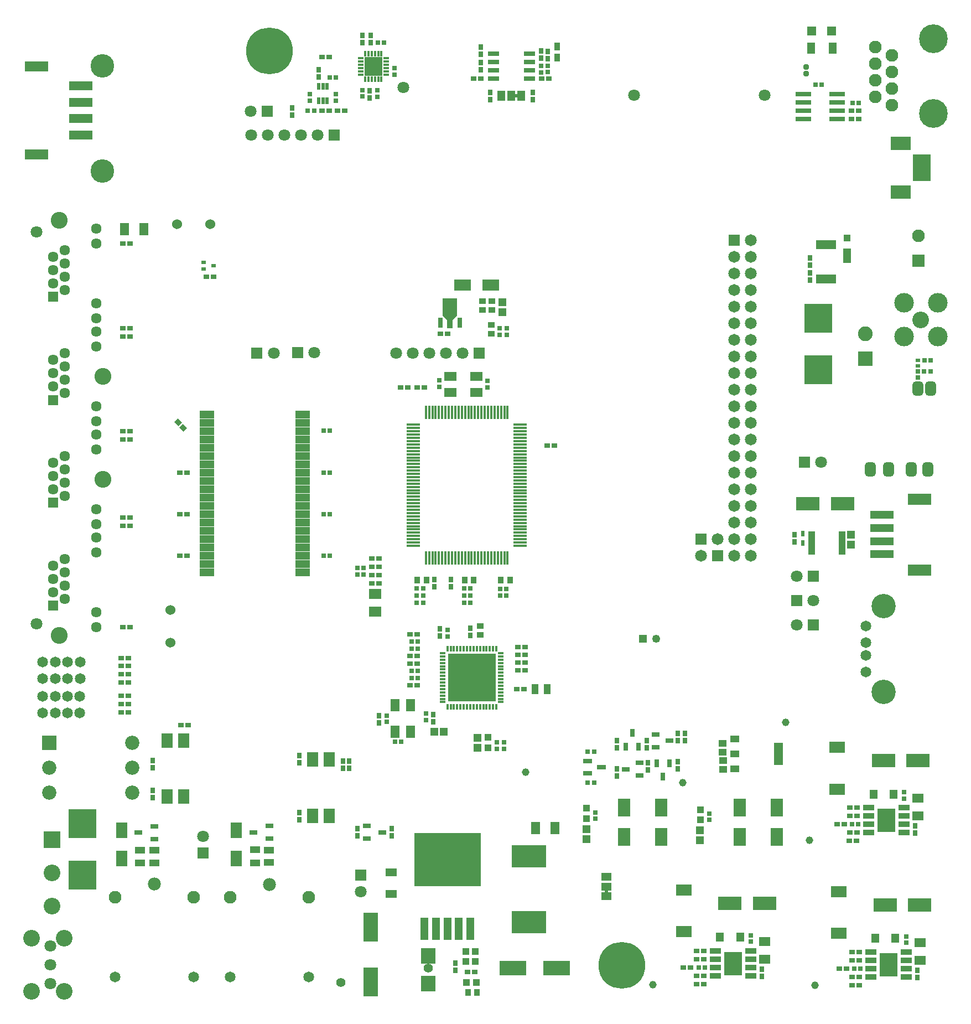
<source format=gts>
G04*
G04 #@! TF.GenerationSoftware,Altium Limited,Altium Designer,22.2.1 (43)*
G04*
G04 Layer_Color=8388736*
%FSLAX25Y25*%
%MOIN*%
G70*
G04*
G04 #@! TF.SameCoordinates,1D5F905C-50EE-4002-88AC-00FA8B853EC3*
G04*
G04*
G04 #@! TF.FilePolarity,Negative*
G04*
G01*
G75*
%ADD69R,0.01181X0.03347*%
%ADD70R,0.03347X0.01181*%
%ADD71R,0.29134X0.29134*%
G04:AMPARAMS|DCode=93|XSize=84.65mil|YSize=64.96mil|CornerRadius=17.72mil|HoleSize=0mil|Usage=FLASHONLY|Rotation=90.000|XOffset=0mil|YOffset=0mil|HoleType=Round|Shape=RoundedRectangle|*
%AMROUNDEDRECTD93*
21,1,0.08465,0.02953,0,0,90.0*
21,1,0.04921,0.06496,0,0,90.0*
1,1,0.03543,0.01476,0.02461*
1,1,0.03543,0.01476,-0.02461*
1,1,0.03543,-0.01476,-0.02461*
1,1,0.03543,-0.01476,0.02461*
%
%ADD93ROUNDEDRECTD93*%
%ADD94R,0.03937X0.03937*%
%ADD95R,0.05000X0.09134*%
%ADD96R,0.06594X0.03150*%
%ADD97R,0.02953X0.03543*%
%ADD98R,0.03543X0.02953*%
%ADD99R,0.03740X0.04528*%
%ADD100R,0.04528X0.06496*%
%ADD101R,0.03032X0.02795*%
%ADD102R,0.12402X0.05512*%
%ADD103R,0.05315X0.07677*%
%ADD104R,0.16732X0.17520*%
%ADD105R,0.14370X0.05315*%
%ADD106R,0.13976X0.06496*%
%ADD107R,0.06496X0.04528*%
%ADD108R,0.09252X0.06890*%
%ADD109R,0.03150X0.04921*%
%ADD110R,0.04921X0.03150*%
%ADD111R,0.05709X0.13386*%
%ADD112R,0.05709X0.04331*%
%ADD113R,0.04606X0.04016*%
%ADD114R,0.39961X0.32087*%
%ADD115R,0.04528X0.13189*%
%ADD116R,0.03150X0.01968*%
%ADD117R,0.02795X0.03032*%
%ADD118R,0.06693X0.08858*%
%ADD119R,0.16339X0.09055*%
%ADD120R,0.14370X0.04528*%
%ADD121R,0.14370X0.06890*%
%ADD122R,0.07087X0.05118*%
%ADD123R,0.04528X0.02953*%
%ADD124R,0.02165X0.04331*%
%ADD125R,0.03150X0.03110*%
%ADD126R,0.03740X0.01772*%
%ADD127R,0.01772X0.03740*%
%ADD128R,0.11024X0.11417*%
%ADD129R,0.05551X0.05197*%
%ADD130R,0.09252X0.02953*%
%ADD131R,0.03110X0.02441*%
%ADD132R,0.09055X0.17717*%
%ADD133R,0.05118X0.07087*%
%ADD134R,0.03661X0.04488*%
%ADD135R,0.04331X0.04331*%
%ADD136R,0.08661X0.09449*%
%ADD137R,0.20669X0.13189*%
%ADD138R,0.06693X0.09646*%
%ADD139R,0.04134X0.06102*%
%ADD140R,0.07677X0.10827*%
%ADD141R,0.02244X0.03268*%
%ADD142R,0.01772X0.07874*%
%ADD143R,0.07874X0.01772*%
%ADD144R,0.07677X0.05315*%
G04:AMPARAMS|DCode=145|XSize=35.43mil|YSize=29.53mil|CornerRadius=0mil|HoleSize=0mil|Usage=FLASHONLY|Rotation=315.000|XOffset=0mil|YOffset=0mil|HoleType=Round|Shape=Rectangle|*
%AMROTATEDRECTD145*
4,1,4,-0.02297,0.00209,-0.00209,0.02297,0.02297,-0.00209,0.00209,-0.02297,-0.02297,0.00209,0.0*
%
%ADD145ROTATEDRECTD145*%

%ADD146R,0.06102X0.04331*%
%ADD147R,0.06299X0.04331*%
%ADD148R,0.07677X0.06102*%
%ADD149R,0.04291X0.03780*%
%ADD150R,0.02835X0.06102*%
%ADD151R,0.04528X0.04528*%
%ADD152R,0.09843X0.06693*%
%ADD153R,0.04488X0.03661*%
%ADD154R,0.04528X0.04528*%
%ADD155R,0.04331X0.04134*%
%ADD156R,0.05512X0.02953*%
%ADD157R,0.03937X0.14094*%
%ADD158R,0.14370X0.07874*%
%ADD159R,0.02953X0.03347*%
%ADD160R,0.07008X0.05197*%
%ADD161R,0.05000X0.05394*%
%ADD162R,0.06594X0.03347*%
%ADD163R,0.10669X0.14173*%
%ADD164R,0.08839X0.04606*%
%ADD165R,0.03032X0.02284*%
%ADD166R,0.02284X0.03032*%
%ADD167C,0.10039*%
%ADD168C,0.11811*%
%ADD169C,0.07087*%
%ADD170R,0.10591X0.16339*%
%ADD171R,0.12402X0.08465*%
%ADD172C,0.07677*%
%ADD173R,0.07677X0.07677*%
%ADD174R,0.08858X0.08858*%
%ADD175C,0.08858*%
%ADD176C,0.07146*%
%ADD177R,0.07146X0.07146*%
%ADD178C,0.04921*%
%ADD179R,0.04921X0.04921*%
%ADD180C,0.04528*%
%ADD181R,0.07087X0.07087*%
%ADD182C,0.08563*%
%ADD183R,0.08563X0.08563*%
%ADD184C,0.14173*%
%ADD185C,0.14646*%
%ADD186C,0.06496*%
%ADD187C,0.17323*%
%ADD188R,0.07087X0.07087*%
%ADD189C,0.03740*%
%ADD190C,0.07835*%
%ADD191R,0.10039X0.10039*%
%ADD192C,0.28150*%
%ADD193C,0.06028*%
%ADD194C,0.10158*%
%ADD195C,0.06347*%
%ADD196R,0.06347X0.06347*%
%ADD197C,0.05591*%
G36*
X262914Y433259D02*
Y422826D01*
X260257Y420168D01*
Y415345D01*
X256910D01*
Y420168D01*
X254253Y422826D01*
Y433259D01*
X262914D01*
D02*
G37*
D69*
X256969Y187333D02*
D03*
X258938D02*
D03*
X260906D02*
D03*
X262875D02*
D03*
X264843D02*
D03*
X266812D02*
D03*
X268780D02*
D03*
X270749D02*
D03*
X272717D02*
D03*
X274686D02*
D03*
X276654D02*
D03*
X278623D02*
D03*
X280591D02*
D03*
X282560D02*
D03*
X284528D02*
D03*
X286497D02*
D03*
Y222373D02*
D03*
X284528D02*
D03*
X282560D02*
D03*
X280591D02*
D03*
X278623D02*
D03*
X276654D02*
D03*
X274686D02*
D03*
X272717D02*
D03*
X270749D02*
D03*
X268780D02*
D03*
X266812D02*
D03*
X264843D02*
D03*
X262875D02*
D03*
X260906D02*
D03*
X258938D02*
D03*
X256969D02*
D03*
D70*
X289253Y190089D02*
D03*
Y192058D02*
D03*
Y194026D02*
D03*
Y195995D02*
D03*
Y197963D02*
D03*
Y199932D02*
D03*
Y201900D02*
D03*
Y203869D02*
D03*
Y205837D02*
D03*
Y207806D02*
D03*
Y209774D02*
D03*
Y211743D02*
D03*
Y213711D02*
D03*
Y215680D02*
D03*
Y217648D02*
D03*
Y219617D02*
D03*
X254213D02*
D03*
Y217648D02*
D03*
Y215680D02*
D03*
Y213711D02*
D03*
Y211743D02*
D03*
Y209774D02*
D03*
Y207806D02*
D03*
Y205837D02*
D03*
Y203869D02*
D03*
Y201900D02*
D03*
Y199932D02*
D03*
Y197963D02*
D03*
Y195995D02*
D03*
Y194026D02*
D03*
Y192058D02*
D03*
Y190089D02*
D03*
D71*
X271733Y204853D02*
D03*
D93*
X548139Y378780D02*
D03*
X540265D02*
D03*
X522761Y330355D02*
D03*
X546383D02*
D03*
X536462D02*
D03*
X511816D02*
D03*
D94*
X497757Y469459D02*
D03*
D95*
Y458908D02*
D03*
D96*
X306268Y565424D02*
D03*
Y570424D02*
D03*
Y575424D02*
D03*
Y580424D02*
D03*
X284914D02*
D03*
Y575424D02*
D03*
Y570424D02*
D03*
Y565424D02*
D03*
D97*
X277166Y575208D02*
D03*
Y570877D02*
D03*
X282914Y557176D02*
D03*
Y552845D02*
D03*
X308386Y557176D02*
D03*
Y552845D02*
D03*
X313426Y582097D02*
D03*
Y577767D02*
D03*
X317363Y582058D02*
D03*
Y577727D02*
D03*
X277166Y580207D02*
D03*
Y584538D02*
D03*
X475376Y457486D02*
D03*
Y453155D02*
D03*
X475415Y448667D02*
D03*
Y444336D02*
D03*
X400040Y166979D02*
D03*
Y171310D02*
D03*
X359213Y149774D02*
D03*
Y145444D02*
D03*
X395828Y149892D02*
D03*
Y154223D02*
D03*
X377875Y153436D02*
D03*
Y149105D02*
D03*
X395867Y166979D02*
D03*
Y171310D02*
D03*
X377166Y162530D02*
D03*
Y166861D02*
D03*
X359253Y162609D02*
D03*
Y166940D02*
D03*
X167796Y153672D02*
D03*
Y158003D02*
D03*
X167717Y123515D02*
D03*
Y119184D02*
D03*
X197678Y150404D02*
D03*
Y154735D02*
D03*
X193977D02*
D03*
Y150404D02*
D03*
X163308Y543593D02*
D03*
Y547924D02*
D03*
X261812Y28515D02*
D03*
Y32845D02*
D03*
X223269Y109420D02*
D03*
Y113751D02*
D03*
X202598Y109459D02*
D03*
Y113790D02*
D03*
X179371Y566704D02*
D03*
Y571034D02*
D03*
X205670Y591743D02*
D03*
Y587412D02*
D03*
X210610Y591704D02*
D03*
Y587373D02*
D03*
X210237Y558160D02*
D03*
Y553829D02*
D03*
X248544Y182747D02*
D03*
Y178416D02*
D03*
X270749Y234696D02*
D03*
Y230365D02*
D03*
X215748Y181861D02*
D03*
Y177530D02*
D03*
X252519Y234184D02*
D03*
Y229853D02*
D03*
X259058Y259655D02*
D03*
Y263986D02*
D03*
X249213Y259655D02*
D03*
Y263986D02*
D03*
X79371Y150444D02*
D03*
Y154774D02*
D03*
X79468Y137058D02*
D03*
Y132727D02*
D03*
X538840Y111151D02*
D03*
Y115482D02*
D03*
X540258Y24222D02*
D03*
Y28553D02*
D03*
X446470Y24970D02*
D03*
Y29301D02*
D03*
D98*
X276969Y565444D02*
D03*
X272639D02*
D03*
X318111Y565522D02*
D03*
X313780D02*
D03*
X64725Y193987D02*
D03*
X60394D02*
D03*
X181536Y578554D02*
D03*
X185867D02*
D03*
X190670Y546349D02*
D03*
X195001D02*
D03*
X273465Y27606D02*
D03*
X269135D02*
D03*
X181379Y546389D02*
D03*
X185709D02*
D03*
X238702Y230881D02*
D03*
X234371D02*
D03*
X238662Y217925D02*
D03*
X234331D02*
D03*
X238662Y213397D02*
D03*
X234331D02*
D03*
X238702Y200326D02*
D03*
X234371D02*
D03*
X116142Y446151D02*
D03*
X111812D02*
D03*
X64725Y188988D02*
D03*
X60394D02*
D03*
Y184066D02*
D03*
X64725D02*
D03*
X60316Y206898D02*
D03*
X64646D02*
D03*
X60276Y211821D02*
D03*
X64607D02*
D03*
X60276Y216743D02*
D03*
X64607D02*
D03*
X60394Y201976D02*
D03*
X64725D02*
D03*
X299331Y223396D02*
D03*
X303662D02*
D03*
X299331Y218672D02*
D03*
X303662D02*
D03*
X299331Y213908D02*
D03*
X303662D02*
D03*
X500317Y546231D02*
D03*
X504647D02*
D03*
X500317Y541152D02*
D03*
X504647D02*
D03*
X299331Y209263D02*
D03*
X303662D02*
D03*
X298780Y197963D02*
D03*
X303111D02*
D03*
X317048Y344735D02*
D03*
X321379D02*
D03*
X100237Y303200D02*
D03*
X95906D02*
D03*
X100237Y278357D02*
D03*
X95906D02*
D03*
X100237Y328357D02*
D03*
X95906D02*
D03*
X211457Y276428D02*
D03*
X215788D02*
D03*
X215749Y271469D02*
D03*
X211418D02*
D03*
X211379Y261625D02*
D03*
X215709D02*
D03*
X215670Y266547D02*
D03*
X211339D02*
D03*
X252599Y411998D02*
D03*
X256930D02*
D03*
X96339Y176389D02*
D03*
X100670D02*
D03*
X503700Y126429D02*
D03*
X499370D02*
D03*
Y121507D02*
D03*
X503700D02*
D03*
X491613Y116428D02*
D03*
X495944D02*
D03*
X499253Y106467D02*
D03*
X503583D02*
D03*
X499331Y111428D02*
D03*
X503662D02*
D03*
X505118Y39421D02*
D03*
X500787D02*
D03*
Y34499D02*
D03*
X505118D02*
D03*
X493030Y29578D02*
D03*
X497361D02*
D03*
X500749Y24459D02*
D03*
X505079D02*
D03*
X500709Y19536D02*
D03*
X505040D02*
D03*
X399243Y30207D02*
D03*
X403574D02*
D03*
X411330Y40248D02*
D03*
X407000D02*
D03*
Y35326D02*
D03*
X411330D02*
D03*
X407000Y25247D02*
D03*
X411330D02*
D03*
X407000Y20325D02*
D03*
X411330D02*
D03*
X61418Y296192D02*
D03*
X65749D02*
D03*
X61399Y415286D02*
D03*
X65730D02*
D03*
X61399Y466231D02*
D03*
X65730D02*
D03*
X61399Y235129D02*
D03*
X65730D02*
D03*
X61399Y301114D02*
D03*
X65730D02*
D03*
X61399Y348396D02*
D03*
X65730D02*
D03*
X61399Y353319D02*
D03*
X65730D02*
D03*
X61399Y410364D02*
D03*
X65730D02*
D03*
X238662Y379499D02*
D03*
X242993D02*
D03*
X228819D02*
D03*
X233149D02*
D03*
D99*
X323190Y578200D02*
D03*
Y584893D02*
D03*
D100*
X301261Y555207D02*
D03*
X295355D02*
D03*
X289450D02*
D03*
D101*
X317520Y573200D02*
D03*
Y569420D02*
D03*
X313505Y573160D02*
D03*
Y569381D02*
D03*
X540431Y385513D02*
D03*
Y389292D02*
D03*
X189686Y552412D02*
D03*
Y556192D02*
D03*
X174252Y552333D02*
D03*
Y556113D02*
D03*
X205669Y558593D02*
D03*
Y554814D02*
D03*
X214805Y554735D02*
D03*
Y558515D02*
D03*
X225001Y571822D02*
D03*
Y568042D02*
D03*
X252205Y383829D02*
D03*
Y380050D02*
D03*
X281024Y379656D02*
D03*
Y383436D02*
D03*
X257087Y229735D02*
D03*
Y233515D02*
D03*
X220316Y181979D02*
D03*
Y178200D02*
D03*
X243977Y183160D02*
D03*
Y179381D02*
D03*
X288427Y411370D02*
D03*
Y415149D02*
D03*
X292640Y411409D02*
D03*
Y415189D02*
D03*
X346181Y119932D02*
D03*
Y123711D02*
D03*
X414688Y119173D02*
D03*
Y122953D02*
D03*
X286756Y161974D02*
D03*
Y165753D02*
D03*
X290970Y162013D02*
D03*
Y165793D02*
D03*
X532048Y135855D02*
D03*
Y132076D02*
D03*
X533505Y48907D02*
D03*
Y45128D02*
D03*
X439764Y49656D02*
D03*
Y45877D02*
D03*
D102*
X485100Y465695D02*
D03*
Y445025D02*
D03*
D103*
X321851Y114223D02*
D03*
X310040D02*
D03*
X225287Y172372D02*
D03*
Y188120D02*
D03*
X234736D02*
D03*
Y172372D02*
D03*
X62560Y474971D02*
D03*
X73977D02*
D03*
D104*
X480513Y390286D02*
D03*
Y421389D02*
D03*
X36969Y117018D02*
D03*
Y85916D02*
D03*
D105*
X36143Y561192D02*
D03*
Y551349D02*
D03*
Y541507D02*
D03*
Y531664D02*
D03*
D106*
X9528Y520050D02*
D03*
Y572806D02*
D03*
D107*
X352599Y73121D02*
D03*
Y79026D02*
D03*
Y84932D02*
D03*
D108*
X492835Y50759D02*
D03*
Y75955D02*
D03*
X491812Y162765D02*
D03*
Y137568D02*
D03*
X399385Y76979D02*
D03*
Y51782D02*
D03*
D109*
X386851Y145129D02*
D03*
X383072Y153396D02*
D03*
X390631D02*
D03*
X368268Y171507D02*
D03*
X372048Y163239D02*
D03*
X364489D02*
D03*
D110*
X364410Y149735D02*
D03*
X372678Y153515D02*
D03*
Y145956D02*
D03*
X390709Y166822D02*
D03*
X382442Y163042D02*
D03*
Y170601D02*
D03*
D111*
X456418Y158790D02*
D03*
D112*
X430040Y149774D02*
D03*
Y158790D02*
D03*
Y167806D02*
D03*
D113*
X422993Y149499D02*
D03*
Y154853D02*
D03*
X422914Y160050D02*
D03*
Y165404D02*
D03*
D114*
X256930Y95286D02*
D03*
D115*
X270828Y53554D02*
D03*
X263918D02*
D03*
X257009D02*
D03*
X250099D02*
D03*
X243190D02*
D03*
D116*
X540470Y392658D02*
D03*
Y396005D02*
D03*
D117*
X544171Y389213D02*
D03*
X547950D02*
D03*
X544368Y395985D02*
D03*
X548147D02*
D03*
X176634Y546310D02*
D03*
X172854D02*
D03*
X189764Y566389D02*
D03*
X185985D02*
D03*
X501064Y550837D02*
D03*
X504843D02*
D03*
X478701Y561979D02*
D03*
X482481D02*
D03*
X182284Y353436D02*
D03*
X186064D02*
D03*
X182284Y328357D02*
D03*
X186064D02*
D03*
X182284Y278239D02*
D03*
X186064D02*
D03*
X182284Y303397D02*
D03*
X186064D02*
D03*
X229056Y166229D02*
D03*
X225276D02*
D03*
X206457Y266782D02*
D03*
X202678D02*
D03*
Y271074D02*
D03*
X206457D02*
D03*
X238543Y250002D02*
D03*
X242323D02*
D03*
X238543Y254215D02*
D03*
X242323D02*
D03*
X238506Y258429D02*
D03*
X242285D02*
D03*
X267050Y258493D02*
D03*
X270830D02*
D03*
X267048Y254279D02*
D03*
X270828D02*
D03*
X267009Y250066D02*
D03*
X270788D02*
D03*
X288741Y254204D02*
D03*
X292520D02*
D03*
X288783Y258417D02*
D03*
X292562D02*
D03*
X341497Y141584D02*
D03*
X345276D02*
D03*
X341497Y160327D02*
D03*
X345276D02*
D03*
X500689Y116428D02*
D03*
X504468D02*
D03*
X502106Y29578D02*
D03*
X505886D02*
D03*
X408319Y30247D02*
D03*
X412098D02*
D03*
X239056Y204696D02*
D03*
X235276D02*
D03*
X239056Y209025D02*
D03*
X235276D02*
D03*
X239095Y226510D02*
D03*
X235316D02*
D03*
X239056Y222296D02*
D03*
X235276D02*
D03*
D118*
X175749Y155483D02*
D03*
X185749D02*
D03*
Y121625D02*
D03*
X175749D02*
D03*
X88072Y167058D02*
D03*
X98072D02*
D03*
Y133200D02*
D03*
X88072D02*
D03*
D119*
X296261Y29755D02*
D03*
X322639D02*
D03*
D120*
X518859Y279184D02*
D03*
Y287058D02*
D03*
Y294932D02*
D03*
Y302806D02*
D03*
D121*
X541300Y312255D02*
D03*
Y269735D02*
D03*
D122*
X222993Y87727D02*
D03*
Y74735D02*
D03*
D123*
X208308Y115503D02*
D03*
Y107983D02*
D03*
X217757Y111743D02*
D03*
X149647Y107925D02*
D03*
Y115445D02*
D03*
X140199Y111685D02*
D03*
X80356Y107728D02*
D03*
Y115248D02*
D03*
X70907Y111488D02*
D03*
D124*
X184528Y560995D02*
D03*
X181969D02*
D03*
X179410D02*
D03*
Y552333D02*
D03*
X181969D02*
D03*
X184528D02*
D03*
D125*
X218780Y587137D02*
D03*
X215237D02*
D03*
D126*
X204646Y577806D02*
D03*
Y575837D02*
D03*
Y573869D02*
D03*
Y571900D02*
D03*
Y569932D02*
D03*
Y567963D02*
D03*
X220001D02*
D03*
Y569932D02*
D03*
Y571900D02*
D03*
Y573869D02*
D03*
Y575837D02*
D03*
Y577806D02*
D03*
D127*
X207402Y565207D02*
D03*
X209371D02*
D03*
X211339D02*
D03*
X213308D02*
D03*
X215276D02*
D03*
X217245D02*
D03*
Y580562D02*
D03*
X215276D02*
D03*
X213308D02*
D03*
X211339D02*
D03*
X209371D02*
D03*
X207402D02*
D03*
D128*
X212323Y572885D02*
D03*
D129*
X476398Y594107D02*
D03*
X488406D02*
D03*
D130*
X491772Y541290D02*
D03*
Y546290D02*
D03*
Y556290D02*
D03*
X471300Y541290D02*
D03*
Y546290D02*
D03*
Y556290D02*
D03*
X491772Y551290D02*
D03*
X471300D02*
D03*
D131*
X116142Y452845D02*
D03*
X110237Y450877D02*
D03*
Y454814D02*
D03*
D132*
X210909Y21546D02*
D03*
Y54617D02*
D03*
D133*
X489016Y583869D02*
D03*
X476024D02*
D03*
D134*
X269331Y15399D02*
D03*
X274842D02*
D03*
X238819Y263494D02*
D03*
X244330D02*
D03*
X267323Y263455D02*
D03*
X272835D02*
D03*
X289253Y263436D02*
D03*
X294764D02*
D03*
D135*
X268504Y21306D02*
D03*
X274409D02*
D03*
X267953Y33906D02*
D03*
X273859D02*
D03*
X267953Y40010D02*
D03*
X273859D02*
D03*
D136*
X245434Y37352D02*
D03*
Y20423D02*
D03*
D137*
X305946Y57452D02*
D03*
Y97215D02*
D03*
D138*
X129922Y96034D02*
D03*
Y112963D02*
D03*
X60631Y95837D02*
D03*
Y112767D02*
D03*
D139*
X317187Y198003D02*
D03*
X309706D02*
D03*
D140*
X455359Y126535D02*
D03*
Y108819D02*
D03*
X433114Y108779D02*
D03*
Y126496D02*
D03*
X385827Y108779D02*
D03*
Y126496D02*
D03*
X363582Y108751D02*
D03*
Y126467D02*
D03*
D141*
X471024Y291729D02*
D03*
Y286020D02*
D03*
D142*
X244017Y364578D02*
D03*
X245985D02*
D03*
X247954D02*
D03*
X249922D02*
D03*
X251890D02*
D03*
X253859D02*
D03*
X255827D02*
D03*
X257796D02*
D03*
X259765D02*
D03*
X261733D02*
D03*
X263702D02*
D03*
X265670D02*
D03*
X267638D02*
D03*
X269607D02*
D03*
X271575D02*
D03*
X273544D02*
D03*
X275513D02*
D03*
X277481D02*
D03*
X279450D02*
D03*
X281418D02*
D03*
X283386D02*
D03*
X285355D02*
D03*
X287323D02*
D03*
X289292D02*
D03*
X291261D02*
D03*
X293229D02*
D03*
Y276782D02*
D03*
X291261D02*
D03*
X289292D02*
D03*
X287323D02*
D03*
X285355D02*
D03*
X283386D02*
D03*
X281418D02*
D03*
X279450D02*
D03*
X277481D02*
D03*
X275513D02*
D03*
X273544D02*
D03*
X271575D02*
D03*
X269607D02*
D03*
X267638D02*
D03*
X265670D02*
D03*
X263702D02*
D03*
X261733D02*
D03*
X259765D02*
D03*
X257796D02*
D03*
X255827D02*
D03*
X253859D02*
D03*
X251890D02*
D03*
X249922D02*
D03*
X247954D02*
D03*
X245985D02*
D03*
X244017D02*
D03*
D143*
X300709Y357097D02*
D03*
Y355129D02*
D03*
Y353160D02*
D03*
Y351192D02*
D03*
Y349223D02*
D03*
Y347255D02*
D03*
Y345286D02*
D03*
Y343318D02*
D03*
Y341349D02*
D03*
Y339381D02*
D03*
Y337412D02*
D03*
Y335444D02*
D03*
Y333475D02*
D03*
Y331507D02*
D03*
Y329538D02*
D03*
Y327570D02*
D03*
Y325601D02*
D03*
Y323633D02*
D03*
Y321664D02*
D03*
Y319696D02*
D03*
Y317727D02*
D03*
Y315759D02*
D03*
Y313790D02*
D03*
Y311822D02*
D03*
Y309853D02*
D03*
Y307885D02*
D03*
Y305916D02*
D03*
Y303948D02*
D03*
Y301979D02*
D03*
Y300011D02*
D03*
Y298042D02*
D03*
Y296074D02*
D03*
Y294105D02*
D03*
Y292137D02*
D03*
Y290168D02*
D03*
Y288200D02*
D03*
Y286231D02*
D03*
Y284263D02*
D03*
X236536D02*
D03*
Y286231D02*
D03*
Y288200D02*
D03*
Y290168D02*
D03*
Y292137D02*
D03*
Y294105D02*
D03*
Y296074D02*
D03*
Y298042D02*
D03*
Y300011D02*
D03*
Y301979D02*
D03*
Y303948D02*
D03*
Y305916D02*
D03*
Y307885D02*
D03*
Y309853D02*
D03*
Y311822D02*
D03*
Y313790D02*
D03*
Y315759D02*
D03*
Y317727D02*
D03*
Y319696D02*
D03*
Y321664D02*
D03*
Y323633D02*
D03*
Y325601D02*
D03*
Y327570D02*
D03*
Y329538D02*
D03*
Y331507D02*
D03*
Y333475D02*
D03*
Y335444D02*
D03*
Y337412D02*
D03*
Y339381D02*
D03*
Y341349D02*
D03*
Y343318D02*
D03*
Y345286D02*
D03*
Y347255D02*
D03*
Y349223D02*
D03*
Y351192D02*
D03*
Y353160D02*
D03*
Y355129D02*
D03*
Y357097D02*
D03*
D144*
X274371Y376664D02*
D03*
X258623D02*
D03*
Y386113D02*
D03*
X274371D02*
D03*
D145*
X97831Y355409D02*
D03*
X94769Y358471D02*
D03*
D146*
X149451Y93515D02*
D03*
Y100995D02*
D03*
X80316Y93397D02*
D03*
Y100877D02*
D03*
D147*
X141183Y101270D02*
D03*
Y93397D02*
D03*
X71891Y101074D02*
D03*
Y93200D02*
D03*
D148*
X213544Y255128D02*
D03*
Y244498D02*
D03*
D149*
X276654Y230483D02*
D03*
Y235759D02*
D03*
D150*
X252678Y418495D02*
D03*
X264489D02*
D03*
D151*
X254883Y172411D02*
D03*
X248977D02*
D03*
D152*
X266064Y441173D02*
D03*
X282993D02*
D03*
D153*
X278151Y431723D02*
D03*
Y426211D02*
D03*
X283861Y431723D02*
D03*
Y426211D02*
D03*
X283465Y411803D02*
D03*
Y417315D02*
D03*
D154*
X289964Y430897D02*
D03*
Y424991D02*
D03*
X340708Y113593D02*
D03*
Y107688D02*
D03*
X409216Y112795D02*
D03*
Y106890D02*
D03*
X500219Y284859D02*
D03*
Y290765D02*
D03*
X275095Y162727D02*
D03*
Y168633D02*
D03*
D155*
X340748Y119932D02*
D03*
Y126231D02*
D03*
X409294Y119095D02*
D03*
Y125395D02*
D03*
X281592Y162609D02*
D03*
Y168908D02*
D03*
D156*
X341379Y154696D02*
D03*
Y147215D02*
D03*
X349646Y150955D02*
D03*
D157*
X494647Y285922D02*
D03*
X476537D02*
D03*
D158*
X474095Y309663D02*
D03*
X494961D02*
D03*
X540533Y154990D02*
D03*
X519667D02*
D03*
X541561Y68042D02*
D03*
X520695D02*
D03*
X448111Y68771D02*
D03*
X427245D02*
D03*
D159*
X466004Y291001D02*
D03*
Y286670D02*
D03*
D160*
X540494Y121428D02*
D03*
Y132215D02*
D03*
X541911Y34499D02*
D03*
Y45286D02*
D03*
X448151Y35247D02*
D03*
Y46034D02*
D03*
D161*
X525809Y134713D02*
D03*
X513604D02*
D03*
X526832Y47765D02*
D03*
X514628D02*
D03*
X433387Y48495D02*
D03*
X421182D02*
D03*
D162*
X510741Y126464D02*
D03*
Y121464D02*
D03*
Y116464D02*
D03*
Y111464D02*
D03*
X532095D02*
D03*
Y116464D02*
D03*
Y121464D02*
D03*
Y126464D02*
D03*
X512158Y39516D02*
D03*
Y34517D02*
D03*
Y29517D02*
D03*
Y24517D02*
D03*
X533512D02*
D03*
Y29517D02*
D03*
Y34517D02*
D03*
Y39516D02*
D03*
X418371Y40246D02*
D03*
Y35246D02*
D03*
Y30246D02*
D03*
Y25246D02*
D03*
X439725D02*
D03*
Y30246D02*
D03*
Y35246D02*
D03*
Y40246D02*
D03*
D163*
X521418Y118964D02*
D03*
X522835Y32017D02*
D03*
X429048Y32746D02*
D03*
D164*
X169812Y268337D02*
D03*
Y273337D02*
D03*
Y278337D02*
D03*
Y283337D02*
D03*
Y288337D02*
D03*
Y293337D02*
D03*
Y298337D02*
D03*
Y303337D02*
D03*
Y308337D02*
D03*
Y313337D02*
D03*
Y318337D02*
D03*
Y323337D02*
D03*
Y328337D02*
D03*
Y333337D02*
D03*
Y338337D02*
D03*
Y343337D02*
D03*
Y348337D02*
D03*
Y353337D02*
D03*
Y358337D02*
D03*
Y363337D02*
D03*
X112079D02*
D03*
Y358337D02*
D03*
Y353337D02*
D03*
Y348337D02*
D03*
Y343337D02*
D03*
Y338337D02*
D03*
Y333337D02*
D03*
Y328337D02*
D03*
Y323337D02*
D03*
Y318337D02*
D03*
Y313337D02*
D03*
Y308337D02*
D03*
Y303337D02*
D03*
Y298337D02*
D03*
Y293337D02*
D03*
Y288337D02*
D03*
Y283337D02*
D03*
Y278337D02*
D03*
Y273337D02*
D03*
Y268337D02*
D03*
D165*
X298347Y555345D02*
D03*
D166*
X352737Y76034D02*
D03*
D167*
X542224Y420374D02*
D03*
X26064Y47845D02*
D03*
Y15956D02*
D03*
X6379D02*
D03*
Y47845D02*
D03*
X18780Y87412D02*
D03*
Y67412D02*
D03*
D168*
X532087Y410236D02*
D03*
X552362D02*
D03*
Y430512D02*
D03*
X532087D02*
D03*
D169*
X17599Y43318D02*
D03*
Y31861D02*
D03*
Y20483D02*
D03*
X448150Y555444D02*
D03*
X369410D02*
D03*
X109922Y109223D02*
D03*
X230434Y560208D02*
D03*
X176876Y400444D02*
D03*
X152284Y400365D02*
D03*
X138347Y546034D02*
D03*
X204686Y75877D02*
D03*
X168623Y531704D02*
D03*
X178623D02*
D03*
X158623D02*
D03*
X148623D02*
D03*
X138623D02*
D03*
X9528Y237196D02*
D03*
Y473180D02*
D03*
X226143Y400089D02*
D03*
X236142D02*
D03*
X246143D02*
D03*
X266143D02*
D03*
X256142D02*
D03*
X482205Y334696D02*
D03*
X477402Y251231D02*
D03*
X467402Y265877D02*
D03*
Y236546D02*
D03*
D170*
X542717Y511979D02*
D03*
D171*
X530119Y497215D02*
D03*
Y526743D02*
D03*
D172*
X540748Y470905D02*
D03*
X514922Y584597D02*
D03*
X524922Y579597D02*
D03*
X514922Y574597D02*
D03*
X524922Y569597D02*
D03*
X514922Y564597D02*
D03*
X524922Y559597D02*
D03*
X514922Y554597D02*
D03*
X524922Y549597D02*
D03*
X173465Y72530D02*
D03*
X126221D02*
D03*
X104097Y72572D02*
D03*
X56853D02*
D03*
D173*
X540748Y455905D02*
D03*
D174*
X508662Y396940D02*
D03*
D175*
Y411940D02*
D03*
D176*
X409725Y278219D02*
D03*
X419725Y288219D02*
D03*
X439725Y278219D02*
D03*
X429725D02*
D03*
X439725Y288219D02*
D03*
X429725D02*
D03*
X439725Y298219D02*
D03*
X429725D02*
D03*
X439725Y308219D02*
D03*
X429725D02*
D03*
X439725Y318219D02*
D03*
X429725D02*
D03*
X439725Y328219D02*
D03*
X429725D02*
D03*
X439725Y338219D02*
D03*
X429725D02*
D03*
X439725Y348219D02*
D03*
X429725D02*
D03*
X439725Y358219D02*
D03*
X429725D02*
D03*
X439725Y368219D02*
D03*
X429725D02*
D03*
X439725Y378219D02*
D03*
X429725D02*
D03*
X439725Y388219D02*
D03*
X429725D02*
D03*
X439725Y398219D02*
D03*
X429725D02*
D03*
X439725Y408219D02*
D03*
X429725D02*
D03*
X439725Y418219D02*
D03*
X429725D02*
D03*
X439725Y428219D02*
D03*
X429725D02*
D03*
X439725Y438219D02*
D03*
X429725D02*
D03*
X439725Y448219D02*
D03*
X429725D02*
D03*
X439725Y458219D02*
D03*
X429725D02*
D03*
X439725Y468219D02*
D03*
D177*
X409725Y288219D02*
D03*
X419725Y278219D02*
D03*
X429725Y468219D02*
D03*
D178*
X382639Y228239D02*
D03*
D179*
X374764D02*
D03*
D180*
X398859Y141428D02*
D03*
X460709Y177795D02*
D03*
X303977Y148003D02*
D03*
X475198Y106822D02*
D03*
X478268Y19420D02*
D03*
X380827Y19774D02*
D03*
D181*
X109922Y99145D02*
D03*
X204686Y85956D02*
D03*
D182*
X67127Y135522D02*
D03*
X17127D02*
D03*
X67127Y150522D02*
D03*
X17127D02*
D03*
X67127Y165522D02*
D03*
D183*
X17127D02*
D03*
D184*
X49213Y573396D02*
D03*
Y509853D02*
D03*
D185*
X519922Y248003D02*
D03*
Y196271D02*
D03*
D186*
X509253Y235916D02*
D03*
Y226074D02*
D03*
Y218200D02*
D03*
Y208357D02*
D03*
X173465Y24499D02*
D03*
X126221D02*
D03*
X104097Y24541D02*
D03*
X56853D02*
D03*
X13233Y204223D02*
D03*
Y214223D02*
D03*
X20713Y204223D02*
D03*
Y214223D02*
D03*
X28194Y204223D02*
D03*
Y214223D02*
D03*
X35674Y204223D02*
D03*
Y214223D02*
D03*
X13115Y183632D02*
D03*
Y193632D02*
D03*
X20595Y183632D02*
D03*
Y193632D02*
D03*
X28076Y183632D02*
D03*
Y193632D02*
D03*
X35556Y183632D02*
D03*
Y193632D02*
D03*
D187*
X549922Y544597D02*
D03*
Y589597D02*
D03*
D188*
X166797Y400444D02*
D03*
X142205Y400365D02*
D03*
X148426Y546034D02*
D03*
X188623Y531704D02*
D03*
X276143Y400089D02*
D03*
X472127Y334696D02*
D03*
X467324Y251231D02*
D03*
X477481Y265877D02*
D03*
Y236546D02*
D03*
D189*
X473011Y568711D02*
D03*
Y572648D02*
D03*
D190*
X149843Y80404D02*
D03*
X80475Y80446D02*
D03*
D191*
X18780Y107412D02*
D03*
D192*
X362245Y31546D02*
D03*
X149725Y582412D02*
D03*
D193*
X90001Y225956D02*
D03*
Y245640D02*
D03*
X94253Y477963D02*
D03*
X113938D02*
D03*
D194*
X23032Y230188D02*
D03*
X49528Y324164D02*
D03*
Y386172D02*
D03*
X23032Y480188D02*
D03*
D195*
X45513Y289164D02*
D03*
Y280148D02*
D03*
Y244164D02*
D03*
Y235148D02*
D03*
X26536Y276172D02*
D03*
X19528Y272176D02*
D03*
X26536Y268180D02*
D03*
X19528Y264184D02*
D03*
X26536Y260188D02*
D03*
X19528Y256192D02*
D03*
X26536Y252196D02*
D03*
X45513Y351172D02*
D03*
Y342156D02*
D03*
Y306172D02*
D03*
Y297156D02*
D03*
X26536Y338180D02*
D03*
X19528Y334184D02*
D03*
X26536Y330188D02*
D03*
X19528Y326192D02*
D03*
X26536Y322196D02*
D03*
X19528Y318200D02*
D03*
X26536Y314204D02*
D03*
X45513Y413180D02*
D03*
Y404164D02*
D03*
Y368180D02*
D03*
Y359164D02*
D03*
X26536Y400188D02*
D03*
X19528Y396192D02*
D03*
X26536Y392196D02*
D03*
X19528Y388200D02*
D03*
X26536Y384204D02*
D03*
X19528Y380207D02*
D03*
X26536Y376211D02*
D03*
X45513Y475188D02*
D03*
Y466172D02*
D03*
Y430188D02*
D03*
Y421172D02*
D03*
X26536Y462196D02*
D03*
X19528Y458200D02*
D03*
X26536Y454204D02*
D03*
X19528Y450208D02*
D03*
X26536Y446211D02*
D03*
X19528Y442215D02*
D03*
X26536Y438219D02*
D03*
D196*
X19528Y248200D02*
D03*
Y310208D02*
D03*
Y372078D02*
D03*
Y434223D02*
D03*
D197*
X192796Y21389D02*
D03*
X245473Y29814D02*
D03*
X372245Y31546D02*
D03*
X362245Y21546D02*
D03*
X355245Y39046D02*
D03*
X369245Y25046D02*
D03*
X355245Y24546D02*
D03*
X369245Y38546D02*
D03*
X352245Y31546D02*
D03*
X362245Y41546D02*
D03*
X159725Y582412D02*
D03*
X149725Y572412D02*
D03*
X142725Y589912D02*
D03*
X156725Y575912D02*
D03*
X142725Y575412D02*
D03*
X156725Y589412D02*
D03*
X139725Y582412D02*
D03*
X149725Y592412D02*
D03*
M02*

</source>
